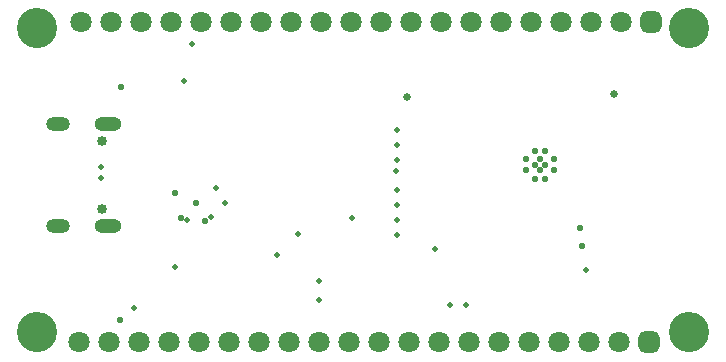
<source format=gbs>
G04*
G04 #@! TF.GenerationSoftware,Altium Limited,Altium Designer,25.4.2 (15)*
G04*
G04 Layer_Color=16711935*
%FSTAX25Y25*%
%MOIN*%
G70*
G04*
G04 #@! TF.SameCoordinates,9F79833E-919C-48C8-8BE8-C58A611C57C3*
G04*
G04*
G04 #@! TF.FilePolarity,Negative*
G04*
G01*
G75*
%ADD44C,0.07099*%
G04:AMPARAMS|DCode=45|XSize=70.99mil|YSize=70.99mil|CornerRadius=19.75mil|HoleSize=0mil|Usage=FLASHONLY|Rotation=180.000|XOffset=0mil|YOffset=0mil|HoleType=Round|Shape=RoundedRectangle|*
%AMROUNDEDRECTD45*
21,1,0.07099,0.03150,0,0,180.0*
21,1,0.03150,0.07099,0,0,180.0*
1,1,0.03950,-0.01575,0.01575*
1,1,0.03950,0.01575,0.01575*
1,1,0.03950,0.01575,-0.01575*
1,1,0.03950,-0.01575,-0.01575*
%
%ADD45ROUNDEDRECTD45*%
%ADD46O,0.07887X0.04737*%
%ADD47O,0.09068X0.04737*%
%ADD48C,0.03359*%
%ADD49C,0.02000*%
%ADD50C,0.02300*%
%ADD51C,0.13398*%
%ADD52C,0.02600*%
D44*
X-02032Y-01045D02*
D03*
X-01932D02*
D03*
X-01832D02*
D03*
X-01732D02*
D03*
X-01632D02*
D03*
X-01432D02*
D03*
X-01332D02*
D03*
X-00932D02*
D03*
X-00632D02*
D03*
X-00432D02*
D03*
X-00232D02*
D03*
X-00332D02*
D03*
X-00532D02*
D03*
X-00732D02*
D03*
X-00832D02*
D03*
X-01032D02*
D03*
X-01132D02*
D03*
X-01232D02*
D03*
X-01532D02*
D03*
X-02027Y0002D02*
D03*
X-01927D02*
D03*
X-01827D02*
D03*
X-01727D02*
D03*
X-01627D02*
D03*
X-01427D02*
D03*
X-01327D02*
D03*
X-00927D02*
D03*
X-00627D02*
D03*
X-00427D02*
D03*
X-00227D02*
D03*
X-00327D02*
D03*
X-00527D02*
D03*
X-00727D02*
D03*
X-00827D02*
D03*
X-01027D02*
D03*
X-01127D02*
D03*
X-01227D02*
D03*
X-01527D02*
D03*
D45*
X-00132Y-01045D02*
D03*
X-00127Y0002D02*
D03*
D46*
X-0210208Y-0066008D02*
D03*
Y-0031992D02*
D03*
D47*
X-0193751Y-0066008D02*
D03*
Y-0031992D02*
D03*
D48*
X-019572Y-0037622D02*
D03*
Y-0060378D02*
D03*
D49*
X-01302Y-00685D02*
D03*
X-01547Y-00584D02*
D03*
X-0159255Y-0063038D02*
D03*
X-01577Y-00533D02*
D03*
X-01712Y-00797D02*
D03*
X-0184956Y-0093242D02*
D03*
X-01682Y-00176D02*
D03*
X-01658Y-00053D02*
D03*
X-00344Y-00806D02*
D03*
X-0123391Y-0084218D02*
D03*
X-00797Y-00921D02*
D03*
X-0074385D02*
D03*
X-01124Y-00632D02*
D03*
X-00977Y-00476D02*
D03*
X-00972Y-0054D02*
D03*
Y-0059D02*
D03*
Y-0064D02*
D03*
Y-0044D02*
D03*
X-01673Y-00638D02*
D03*
X-01961Y-00461D02*
D03*
Y-005D02*
D03*
X-0084831Y-0073599D02*
D03*
X-00972Y-0034D02*
D03*
Y-0039D02*
D03*
Y-0069D02*
D03*
X-00432Y-01045D02*
D03*
X-01372Y-00755D02*
D03*
X-0123313Y-0090537D02*
D03*
D50*
X-0051472Y-0050224D02*
D03*
X-0047928D02*
D03*
Y-0040776D02*
D03*
X-0051472D02*
D03*
X-0054424Y-0043728D02*
D03*
Y-0047272D02*
D03*
X-0044976Y-0043728D02*
D03*
Y-0047272D02*
D03*
X-00497D02*
D03*
X-0051472Y-00455D02*
D03*
X-00497Y-0043728D02*
D03*
X-0047928Y-00455D02*
D03*
X-01898Y-00971D02*
D03*
X-01643Y-00581D02*
D03*
X-00356Y-00725D02*
D03*
X-00362Y-00665D02*
D03*
X-01694Y-00632D02*
D03*
X-01712Y-00548D02*
D03*
X-01613Y-00644D02*
D03*
X-01895Y-00197D02*
D03*
D51*
X-0217201Y-01014D02*
D03*
X-02172Y0D02*
D03*
X0Y-01014D02*
D03*
Y0D02*
D03*
D52*
X-0025058Y-0021969D02*
D03*
X-00941Y-0023D02*
D03*
M02*

</source>
